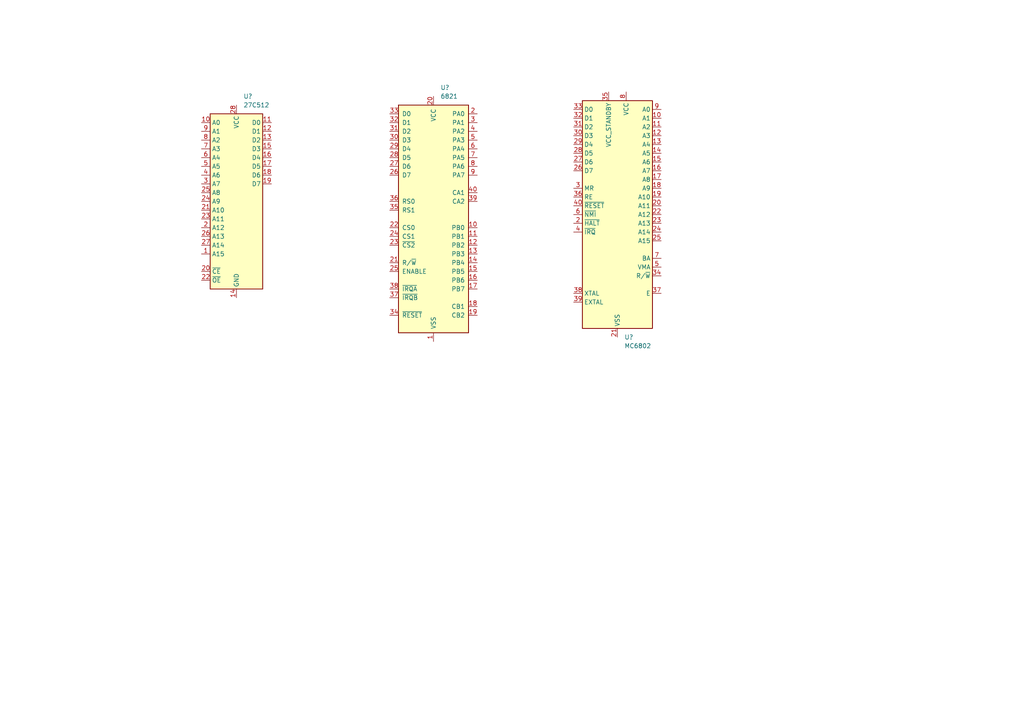
<source format=kicad_sch>
(kicad_sch (version 20211123) (generator eeschema)
  (paper "A4")
  (lib_symbols
    (symbol "68xx:MC6802"
      (property "Reference" "U" (at -8.89 34.29 0))
      (property "Value" "MC6802" (at 10.16 34.29 0))
      (symbol "MC6802_0_1"
        (rectangle (start -10.16 -33.02) (end 10.16 33.02) (stroke (width 0.254)) (fill (type background)))
      )
      (symbol "MC6802_1_1"
        (pin passive line (at 0 -35.56 90) (length 2.54) hide (name "VSS") (number "1"))
        (pin output line (at 12.7 27.94 180) (length 2.54) (name "A1") (number "10"))
        (pin output line (at 12.7 25.4 180) (length 2.54) (name "A2") (number "11"))
        (pin output line (at 12.7 22.86 180) (length 2.54) (name "A3") (number "12"))
        (pin output line (at 12.7 20.32 180) (length 2.54) (name "A4") (number "13"))
        (pin output line (at 12.7 17.78 180) (length 2.54) (name "A5") (number "14"))
        (pin output line (at 12.7 15.24 180) (length 2.54) (name "A6") (number "15"))
        (pin output line (at 12.7 12.7 180) (length 2.54) (name "A7") (number "16"))
        (pin output line (at 12.7 10.16 180) (length 2.54) (name "A8") (number "17"))
        (pin output line (at 12.7 7.62 180) (length 2.54) (name "A9") (number "18"))
        (pin output line (at 12.7 5.08 180) (length 2.54) (name "A10") (number "19"))
        (pin input line (at -12.7 -2.54 0) (length 2.54) (name "~{HALT}") (number "2"))
        (pin output line (at 12.7 2.54 180) (length 2.54) (name "A11") (number "20"))
        (pin power_in line (at 0 -35.56 90) (length 2.54) (name "VSS") (number "21"))
        (pin output line (at 12.7 0 180) (length 2.54) (name "A12") (number "22"))
        (pin output line (at 12.7 -2.54 180) (length 2.54) (name "A13") (number "23"))
        (pin output line (at 12.7 -5.08 180) (length 2.54) (name "A14") (number "24"))
        (pin output line (at 12.7 -7.62 180) (length 2.54) (name "A15") (number "25"))
        (pin bidirectional line (at -12.7 12.7 0) (length 2.54) (name "D7") (number "26"))
        (pin bidirectional line (at -12.7 15.24 0) (length 2.54) (name "D6") (number "27"))
        (pin bidirectional line (at -12.7 17.78 0) (length 2.54) (name "D5") (number "28"))
        (pin bidirectional line (at -12.7 20.32 0) (length 2.54) (name "D4") (number "29"))
        (pin input line (at -12.7 7.62 0) (length 2.54) (name "MR") (number "3"))
        (pin bidirectional line (at -12.7 22.86 0) (length 2.54) (name "D3") (number "30"))
        (pin bidirectional line (at -12.7 25.4 0) (length 2.54) (name "D2") (number "31"))
        (pin bidirectional line (at -12.7 27.94 0) (length 2.54) (name "D1") (number "32"))
        (pin bidirectional line (at -12.7 30.48 0) (length 2.54) (name "D0") (number "33"))
        (pin output line (at 12.7 -17.78 180) (length 2.54) (name "R/~{W}") (number "34"))
        (pin power_in line (at -2.54 35.56 270) (length 2.54) (name "VCC_STANDBY") (number "35"))
        (pin input line (at -12.7 5.08 0) (length 2.54) (name "RE") (number "36"))
        (pin output line (at 12.7 -22.86 180) (length 2.54) (name "E") (number "37"))
        (pin passive line (at -12.7 -22.86 0) (length 2.54) (name "XTAL") (number "38"))
        (pin passive line (at -12.7 -25.4 0) (length 2.54) (name "EXTAL") (number "39"))
        (pin input line (at -12.7 -5.08 0) (length 2.54) (name "~{IRQ}") (number "4"))
        (pin input line (at -12.7 2.54 0) (length 2.54) (name "~{RESET}") (number "40"))
        (pin output line (at 12.7 -15.24 180) (length 2.54) (name "VMA") (number "5"))
        (pin input line (at -12.7 0 0) (length 2.54) (name "~{NMI}") (number "6"))
        (pin output line (at 12.7 -12.7 180) (length 2.54) (name "BA") (number "7"))
        (pin power_in line (at 2.54 35.56 270) (length 2.54) (name "VCC") (number "8"))
        (pin output line (at 12.7 30.48 180) (length 2.54) (name "A0") (number "9"))
      )
    )
    (symbol "Interface:6821" (pin_names (offset 1.016))
      (property "Reference" "U" (at -7.62 34.29 0))
      (property "Value" "6821" (at 10.16 34.29 0))
      (symbol "6821_0_1"
        (rectangle (start -10.16 -33.02) (end 10.16 33.02) (stroke (width 0.254)) (fill (type background)))
      )
      (symbol "6821_1_1"
        (pin power_in line (at 0 -35.56 90) (length 2.54) (name "VSS") (number "1"))
        (pin bidirectional line (at 12.7 -2.54 180) (length 2.54) (name "PB0") (number "10"))
        (pin bidirectional line (at 12.7 -5.08 180) (length 2.54) (name "PB1") (number "11"))
        (pin bidirectional line (at 12.7 -7.62 180) (length 2.54) (name "PB2") (number "12"))
        (pin bidirectional line (at 12.7 -10.16 180) (length 2.54) (name "PB3") (number "13"))
        (pin bidirectional line (at 12.7 -12.7 180) (length 2.54) (name "PB4") (number "14"))
        (pin bidirectional line (at 12.7 -15.24 180) (length 2.54) (name "PB5") (number "15"))
        (pin bidirectional line (at 12.7 -17.78 180) (length 2.54) (name "PB6") (number "16"))
        (pin bidirectional line (at 12.7 -20.32 180) (length 2.54) (name "PB7") (number "17"))
        (pin input line (at 12.7 -25.4 180) (length 2.54) (name "CB1") (number "18"))
        (pin bidirectional line (at 12.7 -27.94 180) (length 2.54) (name "CB2") (number "19"))
        (pin bidirectional line (at 12.7 30.48 180) (length 2.54) (name "PA0") (number "2"))
        (pin power_in line (at 0 35.56 270) (length 2.54) (name "VCC") (number "20"))
        (pin input line (at -12.7 -12.7 0) (length 2.54) (name "R/~{W}") (number "21"))
        (pin input line (at -12.7 -2.54 0) (length 2.54) (name "CS0") (number "22"))
        (pin input line (at -12.7 -7.62 0) (length 2.54) (name "~{CS2}") (number "23"))
        (pin input line (at -12.7 -5.08 0) (length 2.54) (name "CS1") (number "24"))
        (pin input line (at -12.7 -15.24 0) (length 2.54) (name "ENABLE") (number "25"))
        (pin bidirectional line (at -12.7 12.7 0) (length 2.54) (name "D7") (number "26"))
        (pin bidirectional line (at -12.7 15.24 0) (length 2.54) (name "D6") (number "27"))
        (pin bidirectional line (at -12.7 17.78 0) (length 2.54) (name "D5") (number "28"))
        (pin bidirectional line (at -12.7 20.32 0) (length 2.54) (name "D4") (number "29"))
        (pin bidirectional line (at 12.7 27.94 180) (length 2.54) (name "PA1") (number "3"))
        (pin bidirectional line (at -12.7 22.86 0) (length 2.54) (name "D3") (number "30"))
        (pin bidirectional line (at -12.7 25.4 0) (length 2.54) (name "D2") (number "31"))
        (pin bidirectional line (at -12.7 27.94 0) (length 2.54) (name "D1") (number "32"))
        (pin bidirectional line (at -12.7 30.48 0) (length 2.54) (name "D0") (number "33"))
        (pin input line (at -12.7 -27.94 0) (length 2.54) (name "~{RESET}") (number "34"))
        (pin input line (at -12.7 2.54 0) (length 2.54) (name "RS1") (number "35"))
        (pin input line (at -12.7 5.08 0) (length 2.54) (name "RS0") (number "36"))
        (pin open_collector line (at -12.7 -22.86 0) (length 2.54) (name "~{IRQB}") (number "37"))
        (pin open_collector line (at -12.7 -20.32 0) (length 2.54) (name "~{IRQA}") (number "38"))
        (pin bidirectional line (at 12.7 5.08 180) (length 2.54) (name "CA2") (number "39"))
        (pin bidirectional line (at 12.7 25.4 180) (length 2.54) (name "PA2") (number "4"))
        (pin input line (at 12.7 7.62 180) (length 2.54) (name "CA1") (number "40"))
        (pin bidirectional line (at 12.7 22.86 180) (length 2.54) (name "PA3") (number "5"))
        (pin bidirectional line (at 12.7 20.32 180) (length 2.54) (name "PA4") (number "6"))
        (pin bidirectional line (at 12.7 17.78 180) (length 2.54) (name "PA5") (number "7"))
        (pin bidirectional line (at 12.7 15.24 180) (length 2.54) (name "PA6") (number "8"))
        (pin bidirectional line (at 12.7 12.7 180) (length 2.54) (name "PA7") (number "9"))
      )
    )
    (symbol "Memory_EPROM:27C512"
      (property "Reference" "U" (at -7.62 26.67 0))
      (property "Value" "27C512" (at 2.54 -26.67 0))
      (symbol "27C512_1_1"
        (rectangle (start -7.62 25.4) (end 7.62 -25.4) (stroke (width 0.254)) (fill (type background)))
        (pin input line (at -10.16 -15.24 0) (length 2.54) (name "A15") (number "1"))
        (pin input line (at -10.16 22.86 0) (length 2.54) (name "A0") (number "10"))
        (pin tri_state line (at 10.16 22.86 180) (length 2.54) (name "D0") (number "11"))
        (pin tri_state line (at 10.16 20.32 180) (length 2.54) (name "D1") (number "12"))
        (pin tri_state line (at 10.16 17.78 180) (length 2.54) (name "D2") (number "13"))
        (pin power_in line (at 0 -27.94 90) (length 2.54) (name "GND") (number "14"))
        (pin tri_state line (at 10.16 15.24 180) (length 2.54) (name "D3") (number "15"))
        (pin tri_state line (at 10.16 12.7 180) (length 2.54) (name "D4") (number "16"))
        (pin tri_state line (at 10.16 10.16 180) (length 2.54) (name "D5") (number "17"))
        (pin tri_state line (at 10.16 7.62 180) (length 2.54) (name "D6") (number "18"))
        (pin tri_state line (at 10.16 5.08 180) (length 2.54) (name "D7") (number "19"))
        (pin input line (at -10.16 -7.62 0) (length 2.54) (name "A12") (number "2"))
        (pin input line (at -10.16 -20.32 0) (length 2.54) (name "~{CE}") (number "20"))
        (pin input line (at -10.16 -2.54 0) (length 2.54) (name "A10") (number "21"))
        (pin input line (at -10.16 -22.86 0) (length 2.54) (name "~{OE}") (number "22"))
        (pin input line (at -10.16 -5.08 0) (length 2.54) (name "A11") (number "23"))
        (pin input line (at -10.16 0 0) (length 2.54) (name "A9") (number "24"))
        (pin input line (at -10.16 2.54 0) (length 2.54) (name "A8") (number "25"))
        (pin input line (at -10.16 -10.16 0) (length 2.54) (name "A13") (number "26"))
        (pin input line (at -10.16 -12.7 0) (length 2.54) (name "A14") (number "27"))
        (pin power_in line (at 0 27.94 270) (length 2.54) (name "VCC") (number "28"))
        (pin input line (at -10.16 5.08 0) (length 2.54) (name "A7") (number "3"))
        (pin input line (at -10.16 7.62 0) (length 2.54) (name "A6") (number "4"))
        (pin input line (at -10.16 10.16 0) (length 2.54) (name "A5") (number "5"))
        (pin input line (at -10.16 12.7 0) (length 2.54) (name "A4") (number "6"))
        (pin input line (at -10.16 15.24 0) (length 2.54) (name "A3") (number "7"))
        (pin input line (at -10.16 17.78 0) (length 2.54) (name "A2") (number "8"))
        (pin input line (at -10.16 20.32 0) (length 2.54) (name "A1") (number "9"))
      )
    )
  )
  (symbol (lib_id "Interface:6821") (at 125.73 63.5 0) (unit 1)
    (property "Reference" "U?" (at 127.7494 25.4 0) (effects (justify left)))
    (property "Value" "6821" (at 127.7494 27.94 0) (effects (justify left)))
    (property "Footprint" "Package_DIP:DIP-40_W15.24mm" (effects hide))
    (property "Datasheet" "http://pdf.datasheetcatalog.com/datasheet/motorola/6821.pdf" (effects hide))
  )
  (symbol (lib_id "68xx:MC6802") (at 179.07 62.23 0) (unit 1)
    (property "Reference" "U?" (at 181.0894 97.79 0) (effects (justify left)))
    (property "Value" "MC6802" (at 181.0894 100.33 0) (effects (justify left)))
    (property "Footprint" "Package_DIP:DIP-40_W15.24mm" (effects hide))
    (property "Datasheet" "https://www.jameco.com/Jameco/Products/ProdDS/43502.pdf" (effects hide))
  )
  (symbol (lib_id "Memory_EPROM:27C512") (at 68.58 58.42 0) (unit 1)
    (property "Reference" "U?" (at 70.5994 27.94 0) (effects (justify left)))
    (property "Value" "27C512" (at 70.5994 30.48 0) (effects (justify left)))
    (property "Footprint" "Package_DIP:DIP-28_W15.24mm" (effects hide))
    (property "Datasheet" "http://ww1.microchip.com/downloads/en/DeviceDoc/doc0015.pdf" (effects hide))
  )
)
</source>
